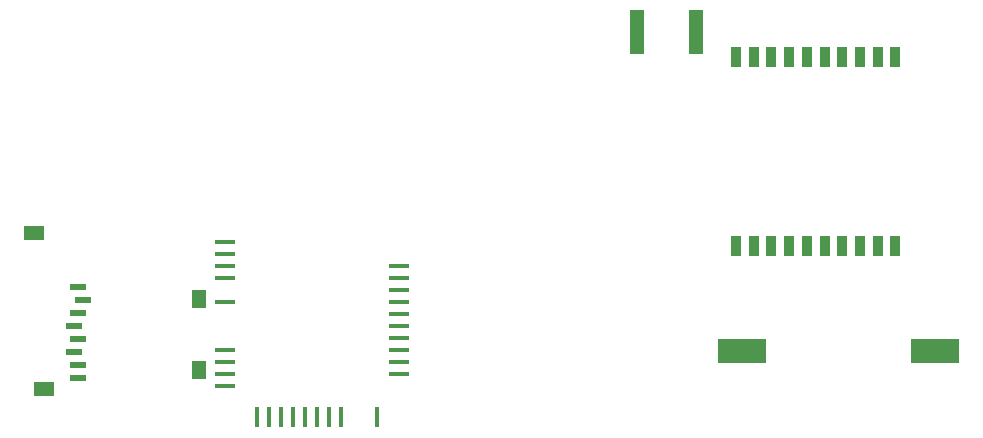
<source format=gbr>
G04 #@! TF.FileFunction,Paste,Bot*
%FSLAX46Y46*%
G04 Gerber Fmt 4.6, Leading zero omitted, Abs format (unit mm)*
G04 Created by KiCad (PCBNEW 4.0.7) date Friday, June 15, 2018 'PMt' 02:04:00 PM*
%MOMM*%
%LPD*%
G01*
G04 APERTURE LIST*
%ADD10C,0.100000*%
%ADD11R,0.900684X1.799082*%
%ADD12R,1.348740X0.628650*%
%ADD13R,1.259586X1.618488*%
%ADD14R,1.709928X1.259586*%
%ADD15R,1.143000X3.780000*%
%ADD16R,0.360000X1.710000*%
%ADD17R,1.710000X0.360000*%
%ADD18R,4.050000X2.070000*%
G04 APERTURE END LIST*
D10*
D11*
X24925020Y-3175000D03*
X23426420Y-3175000D03*
X21925280Y-3175000D03*
X20426680Y-3175000D03*
X18925540Y-3175000D03*
X17426940Y-3175000D03*
X15925800Y-3175000D03*
X14427200Y-3175000D03*
X12926060Y-3175000D03*
X11427460Y-3175000D03*
X11427460Y12827000D03*
X12926060Y12827000D03*
X14427200Y12827000D03*
X15925800Y12827000D03*
X17426940Y12827000D03*
X18925540Y12827000D03*
X20426680Y12827000D03*
X21925280Y12827000D03*
X23426420Y12827000D03*
X24925020Y12827000D03*
D12*
X-44246800Y-6690360D03*
X-43848020Y-7790180D03*
X-44246800Y-8890000D03*
X-44648120Y-9989820D03*
X-44246800Y-11089640D03*
X-44648120Y-12192000D03*
X-44246800Y-13291820D03*
X-44246800Y-14391640D03*
D13*
X-34048700Y-13690600D03*
X-34048700Y-7691120D03*
D14*
X-47147480Y-15290800D03*
X-48049180Y-2090420D03*
D15*
X3037200Y14884400D03*
X8037200Y14884400D03*
D16*
X-22020530Y-17729200D03*
X-23036530Y-17729200D03*
X-24052531Y-17729200D03*
X-25068531Y-17729200D03*
X-26084530Y-17729200D03*
X-27100530Y-17729200D03*
X-28116530Y-17729200D03*
X-29132530Y-17729200D03*
X-18972530Y-17729200D03*
D17*
X-31802930Y-12009750D03*
X-31802930Y-13025750D03*
X-31802930Y-14041750D03*
X-31802930Y-15057750D03*
X-31802930Y-7945750D03*
X-31802930Y-5913747D03*
X-31802930Y-4897750D03*
X-31802930Y-3881750D03*
X-31802930Y-2865750D03*
X-17072660Y-14049970D03*
X-17072660Y-13033970D03*
X-17072660Y-12017970D03*
X-17072660Y-11001970D03*
X-17072660Y-9985970D03*
X-17072660Y-8969970D03*
X-17072660Y-7953970D03*
X-17072660Y-6937966D03*
X-17072660Y-5921966D03*
X-17072660Y-4905970D03*
D18*
X28316800Y-12090400D03*
X11916800Y-12090400D03*
M02*

</source>
